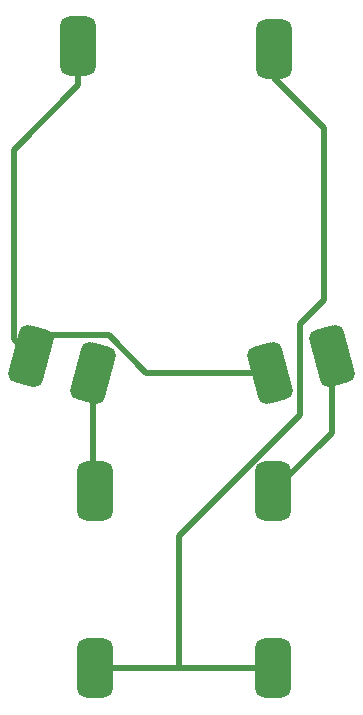
<source format=gbr>
%TF.GenerationSoftware,KiCad,Pcbnew,6.0.0-rc1-unknown-65cbf2d2b7~144~ubuntu18.04.1*%
%TF.CreationDate,2022-01-27T22:08:06+01:00*%
%TF.ProjectId,raketenpinguin,72616b65-7465-46e7-9069-6e6775696e2e,rev?*%
%TF.SameCoordinates,Original*%
%TF.FileFunction,Copper,L2,Bot*%
%TF.FilePolarity,Positive*%
%FSLAX46Y46*%
G04 Gerber Fmt 4.6, Leading zero omitted, Abs format (unit mm)*
G04 Created by KiCad (PCBNEW 6.0.0-rc1-unknown-65cbf2d2b7~144~ubuntu18.04.1) date 2022-01-27 22:08:06*
%MOMM*%
%LPD*%
G01*
G04 APERTURE LIST*
G04 Aperture macros list*
%AMRoundRect*
0 Rectangle with rounded corners*
0 $1 Rounding radius*
0 $2 $3 $4 $5 $6 $7 $8 $9 X,Y pos of 4 corners*
0 Add a 4 corners polygon primitive as box body*
4,1,4,$2,$3,$4,$5,$6,$7,$8,$9,$2,$3,0*
0 Add four circle primitives for the rounded corners*
1,1,$1+$1,$2,$3*
1,1,$1+$1,$4,$5*
1,1,$1+$1,$6,$7*
1,1,$1+$1,$8,$9*
0 Add four rect primitives between the rounded corners*
20,1,$1+$1,$2,$3,$4,$5,0*
20,1,$1+$1,$4,$5,$6,$7,0*
20,1,$1+$1,$6,$7,$8,$9,0*
20,1,$1+$1,$8,$9,$2,$3,0*%
G04 Aperture macros list end*
%TA.AperFunction,SMDPad,CuDef*%
%ADD10RoundRect,0.750000X0.750000X-1.750000X0.750000X1.750000X-0.750000X1.750000X-0.750000X-1.750000X0*%
%TD*%
%TA.AperFunction,SMDPad,CuDef*%
%ADD11RoundRect,0.750000X1.177378X-1.496256X0.271511X1.884484X-1.177378X1.496256X-0.271511X-1.884484X0*%
%TD*%
%TA.AperFunction,SMDPad,CuDef*%
%ADD12RoundRect,0.750000X0.271511X-1.884484X1.177378X1.496256X-0.271511X1.884484X-1.177378X-1.496256X0*%
%TD*%
%TA.AperFunction,Conductor*%
%ADD13C,0.500000*%
%TD*%
G04 APERTURE END LIST*
D10*
%TO.P,R101,1*%
%TO.N,Net-(D101-Pad1)*%
X87060000Y-80620000D03*
%TO.P,R101,2*%
%TO.N,/GND*%
X87060000Y-95620000D03*
%TD*%
D11*
%TO.P,D101,1,K*%
%TO.N,Net-(D101-Pad1)*%
X91998000Y-69181189D03*
%TO.P,D101,2,A*%
%TO.N,/V+*%
X86782000Y-70578812D03*
%TD*%
D10*
%TO.P,J101,1,Pin_1*%
%TO.N,/V+*%
X70540000Y-42960000D03*
%TD*%
D12*
%TO.P,D102,1,K*%
%TO.N,Net-(D102-Pad1)*%
X71798000Y-70578812D03*
%TO.P,D102,2,A*%
%TO.N,/V+*%
X66582000Y-69181189D03*
%TD*%
D10*
%TO.P,J102,1,Pin_1*%
%TO.N,/GND*%
X87130000Y-43180000D03*
%TD*%
%TO.P,R102,1*%
%TO.N,Net-(D102-Pad1)*%
X71980000Y-80620000D03*
%TO.P,R102,2*%
%TO.N,/GND*%
X71980000Y-95620000D03*
%TD*%
D13*
%TO.N,Net-(D101-Pad1)*%
X91998000Y-69181189D02*
X91998000Y-75682000D01*
X91998000Y-75682000D02*
X87060000Y-80620000D01*
%TO.N,/V+*%
X73120344Y-67407085D02*
X76292071Y-70578812D01*
X68356104Y-67407085D02*
X73120344Y-67407085D01*
X65090000Y-67689189D02*
X66582000Y-69181189D01*
X70540000Y-46250000D02*
X65090000Y-51700000D01*
X65090000Y-51700000D02*
X65090000Y-67689189D01*
X76292071Y-70578812D02*
X86782000Y-70578812D01*
X66582000Y-69181189D02*
X68356104Y-67407085D01*
X70540000Y-42960000D02*
X70540000Y-46250000D01*
%TO.N,Net-(D102-Pad1)*%
X71798000Y-80438000D02*
X71980000Y-80620000D01*
X71798000Y-70578812D02*
X71798000Y-80438000D01*
%TO.N,/GND*%
X79050000Y-95620000D02*
X71980000Y-95620000D01*
X87060000Y-95620000D02*
X79050000Y-95620000D01*
X91390000Y-64407246D02*
X91390000Y-49880000D01*
X89303623Y-66493623D02*
X91390000Y-64407246D01*
X89303623Y-74180000D02*
X89303623Y-66493623D01*
X79050000Y-84433623D02*
X89303623Y-74180000D01*
X91390000Y-49880000D02*
X87130000Y-45620000D01*
X79050000Y-95620000D02*
X79050000Y-84433623D01*
X87130000Y-45620000D02*
X87130000Y-43180000D01*
%TD*%
M02*

</source>
